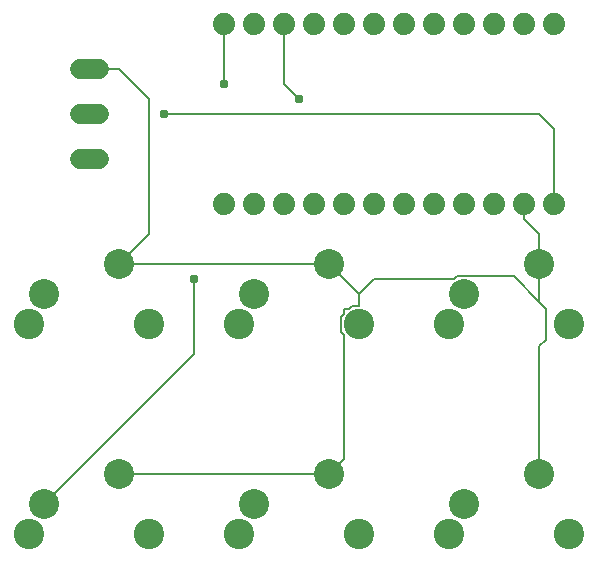
<source format=gbr>
G04 EAGLE Gerber RS-274X export*
G75*
%MOMM*%
%FSLAX34Y34*%
%LPD*%
%INTop Copper*%
%IPPOS*%
%AMOC8*
5,1,8,0,0,1.08239X$1,22.5*%
G01*
%ADD10C,1.879600*%
%ADD11C,1.676400*%
%ADD12C,2.540000*%
%ADD13C,2.571600*%
%ADD14C,0.203200*%
%ADD15P,0.818720X8X22.500000*%


D10*
X863600Y850900D03*
X838200Y850900D03*
X812800Y850900D03*
X787400Y850900D03*
X762000Y850900D03*
X736600Y850900D03*
X711200Y850900D03*
X685800Y850900D03*
X660400Y850900D03*
X635000Y850900D03*
X609600Y850900D03*
X584200Y850900D03*
X584200Y698500D03*
X609600Y698500D03*
X635000Y698500D03*
X660400Y698500D03*
X685800Y698500D03*
X711200Y698500D03*
X736600Y698500D03*
X762000Y698500D03*
X787400Y698500D03*
X812800Y698500D03*
X838200Y698500D03*
X863600Y698500D03*
D11*
X478282Y812800D02*
X461518Y812800D01*
X461518Y774700D02*
X478282Y774700D01*
X478282Y736600D02*
X461518Y736600D01*
D12*
X431800Y622300D03*
X495300Y647700D03*
D13*
X419100Y596900D03*
X520700Y596900D03*
D12*
X609600Y622300D03*
X673100Y647700D03*
D13*
X596900Y596900D03*
X698500Y596900D03*
D12*
X787400Y622300D03*
X850900Y647700D03*
D13*
X774700Y596900D03*
X876300Y596900D03*
D12*
X431800Y444500D03*
X495300Y469900D03*
D13*
X419100Y419100D03*
X520700Y419100D03*
D12*
X609600Y444500D03*
X673100Y469900D03*
D13*
X596900Y419100D03*
X698500Y419100D03*
D12*
X787400Y444500D03*
X850900Y469900D03*
D13*
X774700Y419100D03*
X876300Y419100D03*
D14*
X850900Y469900D02*
X850900Y578208D01*
X856678Y583986D01*
X856678Y609814D01*
X850900Y615592D01*
X850900Y647700D01*
X685800Y482600D02*
X673100Y469900D01*
X685800Y482600D02*
X685800Y587824D01*
X683102Y590522D01*
X683102Y603278D01*
X685800Y605976D01*
X685800Y609600D01*
X689424Y609600D01*
X692122Y612298D01*
X698500Y612298D01*
X673100Y469900D02*
X495300Y469900D01*
X673100Y647700D02*
X698500Y622300D01*
X698500Y612298D01*
X673100Y647700D02*
X495300Y647700D01*
X520700Y673100D01*
X520700Y787400D02*
X495300Y812800D01*
X469900Y812800D01*
X778547Y635000D02*
X781087Y637540D01*
X828952Y637540D02*
X850900Y615592D01*
X828952Y637540D02*
X781087Y637540D01*
X711200Y635000D02*
X698500Y622300D01*
X711200Y635000D02*
X778547Y635000D01*
X850900Y647700D02*
X850900Y673100D01*
X838200Y685800D01*
X838200Y698500D01*
X520700Y673100D02*
X520700Y787400D01*
X558800Y571500D02*
X431800Y444500D01*
X558800Y571500D02*
X558800Y635000D01*
D15*
X558800Y635000D03*
X584200Y800100D03*
D14*
X584200Y850900D01*
D15*
X647700Y787400D03*
D14*
X635000Y800100D01*
X635000Y850900D01*
X863600Y762000D02*
X863600Y698500D01*
X863600Y762000D02*
X850900Y774700D01*
X533400Y774700D01*
D15*
X533400Y774700D03*
M02*

</source>
